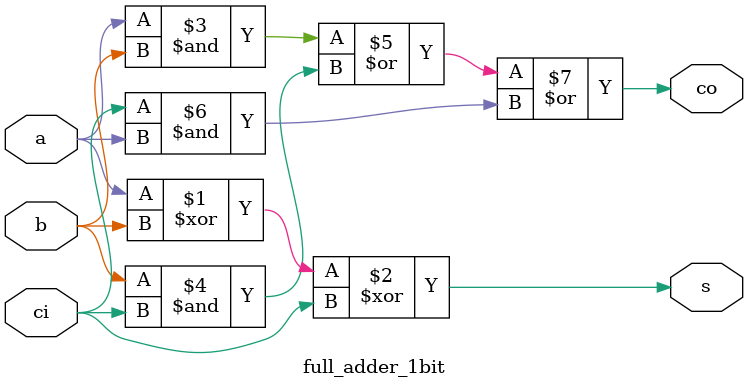
<source format=v>
module serialadder(clk,rst,pload,adata,bdata,enable,pout);
  input clk,rst,pload,enable;
  input [7:0] adata, bdata;
  output [7:0] pout;

  wire shiftrega_lsb,  shiftregb_lsb;
    reg [7:0] shiftrega, shiftregb, shiftregc;

  wire sum,cout, sum_del, cout_del;
  reg holdc;

// instantiated the full adder ( combo circuit)
full_adder_1bit bit_adder_inst(shiftrega[0],shiftregb[0],holdc,sum,cout);
  
assign pout=shiftregc;
assign  sum_del =  sum & enable;
assign  cout_del = cout & enable;

// sequential block -- shift registers and shifting logic
always@(posedge clk or rst )
 begin
   if (rst) begin
     shiftrega<=8'd0;
     shiftregb<=8'd0;
     shiftregc<=8'd0;
   end else if(pload )   begin
     shiftrega<=adata;
     shiftregb<=bdata;
     shiftregc<=8'b0;
   end else if(enable) begin
     shiftrega   <=shiftrega>>1;
     shiftrega[7]<=shiftrega_lsb;
 
     shiftregb <=shiftregb>>1;
     shiftregb[7] <=shiftregb_lsb;

     shiftregc <=shiftregc>>1;
     shiftregc[7] <=sum_del;
  end 

end

// combo logic
assign  shiftrega_lsb=shiftrega[0];
assign  shiftregb_lsb=shiftregb[0];


always@(posedge clk or rst)
 begin
   if(rst) begin
     holdc <=1'b0;
   end else if(enable)
     holdc<=cout_del;
   else 
     holdc<=1'b0;
   
end

endmodule


//TESTBENCH

module serialadder_tb;
  reg clk,rst,pload,enable;

  reg [7:0] adata,bdata;
  wire [7:0]pout;

  // DUT serial adder instance
  serialadder DUT_serial_adder(clk,rst,pload,adata,bdata,enable,pout);

  // clock generation 100 Mhz frequency
  always
    #5 clk=~clk;

  initial
  begin
   clk=1'b0;
   rst=1'b1;
   pload=1'b0;
   enable = 1'b0;
   
   #10 
   rst=1'b0; 
   #10 
   pload=1'b1; enable=1'b0;
   $display ($time, "   On Reset : adata=%0h, bdata=%0h, pout=%0h",  adata, bdata, pout); 
   adata=8'd1;bdata=8'd2;
   $display ($time, "   First Data - Data Inputs loaded: adata=%0h, bdata=%0h, pout=%0h",  adata, bdata, pout); 
   #10
   pload=1'b0;enable=1'b1;
   #200
   $display ($time, "   First Data Serial addition completed: adata=%0h, bdata=%0h, pout=%0h",  adata, bdata, pout); 

   rst=1'b0; 
   #10
   pload=1'b1; enable=1'b0;
   adata=8'd2;bdata=8'd3;
   #10
   $display ($time, "   Second Data - Data Inputs loaded: adata=%0h, bdata=%0h, pout=%0h",  adata, bdata, pout); 
   pload=1'b0;enable=1'b1;
   #200
   $display ($time, "   Second Data Serial addition completed: adata=%0h, bdata=%0h, pout=%0h",  adata, bdata, pout); 

   $finish;

  end

 // dump waveforms in cadence format
  initial begin 
    `ifdef CAD_DUMP_ON
       $recordfile("adder.trn");
       $recordvars("depth=0");
    `endif

     `ifdef VCD_DUMP_ON
       $dumpfile("adder.vcd");
       $dumpvars("depth=0");
     `endif  
  end

endmodule

module full_adder_1bit(a,b,ci,s,co);
input a,b,ci;
output s,co;


assign s =  (a^b^ci);
assign co = ((a&b) | (b&ci) | (ci & a));
endmodule

</source>
